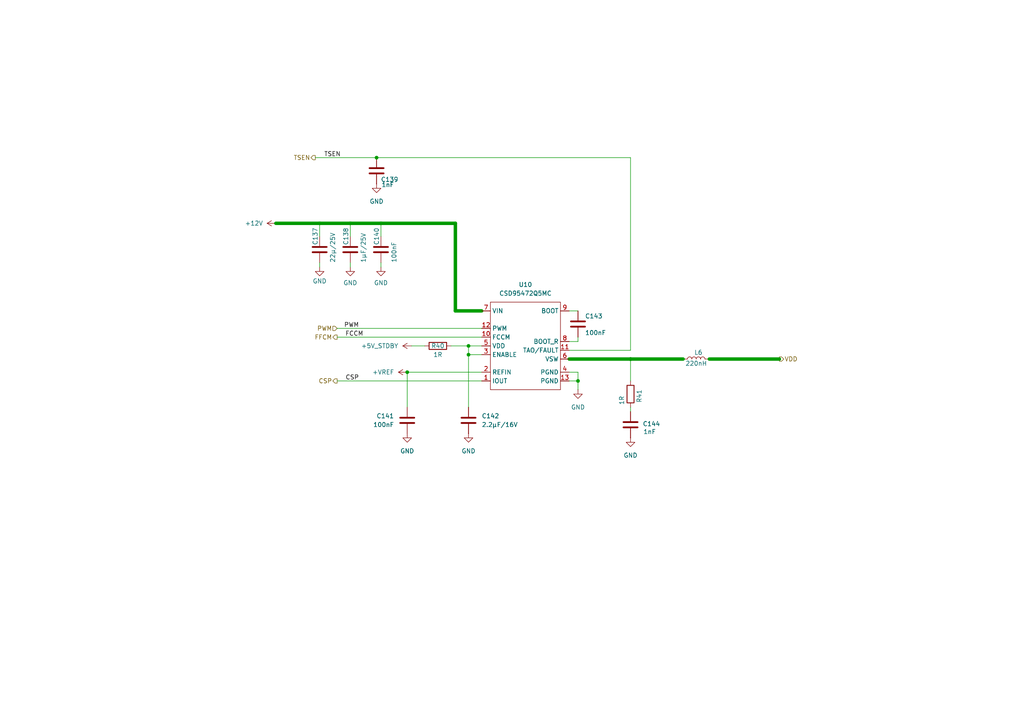
<source format=kicad_sch>
(kicad_sch (version 20250114) (generator "eeschema") (generator_version "9.0")
  (paper "A4")
  (lib_symbols
    (symbol "+12V_1" (power) (pin_numbers (hide yes)) (pin_names (offset 0) (hide yes))
      (property "Value" "+12V" (at 0 3.556 0))
      (symbol "+12V_1_0_1"
        (polyline (pts (xy -0.762 1.27) (xy 0 2.54)))
        (polyline (pts (xy 0 2.54) (xy 0.762 1.27)))
        (polyline (pts (xy 0 0) (xy 0 2.54)))
      )
      (symbol "+12V_1_1_1"
        (pin power_in line (at 0 0 90) (length 0) (name "~") (number "1"))
      )
    )
    (symbol "Device:C" (pin_numbers (hide yes)) (pin_names (offset 0.254))
      (property "Reference" "C" (at 0.635 2.54 0))
      (property "Value" "C" (at 0.635 -2.54 0))
      (symbol "C_0_1"
        (polyline (pts (xy -2.032 0.762) (xy 2.032 0.762)) (stroke (width 0.508)))
        (polyline (pts (xy -2.032 -0.762) (xy 2.032 -0.762)) (stroke (width 0.508)))
      )
      (symbol "C_1_1"
        (pin passive line (at 0 3.81 270) (length 2.794) (name "~") (number "1"))
        (pin passive line (at 0 -3.81 90) (length 2.794) (name "~") (number "2"))
      )
    )
    (symbol "Device:L" (pin_numbers (hide yes)) (pin_names (offset 1.016) (hide yes))
      (property "Reference" "L" (at -1.27 0 90))
      (property "Value" "L" (at 1.905 0 90))
      (symbol "L_0_1"
        (arc (start 0 2.54) (mid 0.6323 1.905) (end 0 1.27))
        (arc (start 0 1.27) (mid 0.6323 0.635) (end 0 0))
        (arc (start 0 0) (mid 0.6323 -0.635) (end 0 -1.27))
        (arc (start 0 -1.27) (mid 0.6323 -1.905) (end 0 -2.54))
      )
      (symbol "L_1_1"
        (pin passive line (at 0 3.81 270) (length 1.27) (name "1") (number "1"))
        (pin passive line (at 0 -3.81 90) (length 1.27) (name "2") (number "2"))
      )
    )
    (symbol "Device:R" (pin_numbers (hide yes)) (pin_names (offset 0))
      (property "Reference" "R" (at 2.032 0 90))
      (property "Value" "R" (at 0 0 90))
      (symbol "R_0_1"
        (rectangle (start -1.016 -2.54) (end 1.016 2.54) (stroke (width 0.254)))
      )
      (symbol "R_1_1"
        (pin passive line (at 0 3.81 270) (length 1.27) (name "~") (number "1"))
        (pin passive line (at 0 -3.81 90) (length 1.27) (name "~") (number "2"))
      )
    )
    (symbol "GND_2" (power) (pin_numbers (hide yes)) (pin_names (offset 0) (hide yes))
      (property "Value" "GND" (at 0 -3.81 0))
      (symbol "GND_2_0_1"
        (polyline (pts (xy 0 0) (xy 0 -1.27) (xy 1.27 -1.27) (xy 0 -2.54) (xy -1.27 -1.27) (xy 0 -1.27)))
      )
      (symbol "GND_2_1_1"
        (pin power_in line (at 0 0 270) (length 0) (name "~") (number "1"))
      )
    )
    (symbol "mylib7:+VRef" (power) (pin_names (offset 0))
      (property "Value" "+VRef" (at 0 3.556 0))
      (symbol "+VRef_0_1"
        (polyline (pts (xy -0.762 1.27) (xy 0 2.54)))
        (polyline (pts (xy 0 2.54) (xy 0.762 1.27)))
        (polyline (pts (xy 0 0) (xy 0 2.54)))
      )
      (symbol "+VRef_1_1"
        (pin power_in line (at 0 0 90) (length 0) (hide yes) (name "+VRef") (number "1"))
      )
    )
    (symbol "mylib7:CSD95472Q5MC"
      (property "Reference" "U" (at -7.366 13.716 0))
      (property "Value" "CSD95472Q5MC" (at -1.524 -13.97 0))
      (symbol "CSD95472Q5MC_0_1"
        (rectangle (start -10.16 12.7) (end 10.16 -12.7))
      )
      (symbol "CSD95472Q5MC_1_1"
        (pin power_in line (at -12.7 10.16 0) (length 2.54) (name "VIN") (number "7"))
        (pin input line (at -12.7 5.08 0) (length 2.54) (name "PWM") (number "12"))
        (pin input line (at -12.7 2.54 0) (length 2.54) (name "FCCM") (number "10"))
        (pin power_in line (at -12.7 0 0) (length 2.54) (name "VDD") (number "5"))
        (pin input line (at -12.7 -2.54 0) (length 2.54) (name "ENABLE") (number "3"))
        (pin input line (at -12.7 -7.62 0) (length 2.54) (name "REFIN") (number "2"))
        (pin output line (at -12.7 -10.16 0) (length 2.54) (name "IOUT") (number "1"))
        (pin output line (at 12.7 10.16 180) (length 2.54) (name "BOOT") (number "9"))
        (pin input line (at 12.7 1.27 180) (length 2.54) (name "BOOT_R") (number "8"))
        (pin passive line (at 12.7 -1.27 180) (length 2.54) (name "TAO/FAULT") (number "11"))
        (pin output line (at 12.7 -3.81 180) (length 2.54) (name "VSW") (number "6"))
        (pin passive line (at 12.7 -7.62 180) (length 2.54) (name "PGND") (number "4"))
        (pin passive line (at 12.7 -10.16 180) (length 2.54) (name "PGND") (number "13"))
      )
    )
    (symbol "power:+3.3V" (power) (pin_names (offset 0))
      (property "Value" "+3.3V" (at 0 3.556 0))
      (symbol "+3.3V_0_1"
        (polyline (pts (xy -0.762 1.27) (xy 0 2.54)))
        (polyline (pts (xy 0 2.54) (xy 0.762 1.27)))
        (polyline (pts (xy 0 0) (xy 0 2.54)))
      )
      (symbol "+3.3V_1_1"
        (pin power_in line (at 0 0 90) (length 0) (hide yes) (name "+3.3V") (number "1"))
      )
    )
    (symbol "power:GND" (power) (pin_names (offset 0))
      (property "Value" "GND" (at 0 -3.81 0))
      (symbol "GND_0_1"
        (polyline (pts (xy 0 0) (xy 0 -1.27) (xy 1.27 -1.27) (xy 0 -2.54) (xy -1.27 -1.27) (xy 0 -1.27)))
      )
      (symbol "GND_1_1"
        (pin power_in line (at 0 0 270) (length 0) (hide yes) (name "GND") (number "1"))
      )
    )
  )
  (junction (at 92.71 64.77))
  (junction (at 118.11 107.95))
  (junction (at 135.89 102.87))
  (junction (at 167.64 110.49))
  (junction (at 109.22 45.72))
  (junction (at 110.49 64.77))
  (junction (at 101.6 64.77))
  (junction (at 135.89 100.33))
  (junction (at 182.88 104.14))
  (wire (pts (xy 167.64 110.49) (xy 167.64 107.95)))
  (wire (pts (xy 167.64 107.95) (xy 165.1 107.95)))
  (wire (pts (xy 132.08 90.17) (xy 139.7 90.17)) (stroke (width 1)))
  (wire (pts (xy 119.38 100.33) (xy 123.19 100.33)))
  (wire (pts (xy 97.79 110.49) (xy 139.7 110.49)))
  (wire (pts (xy 132.08 64.77) (xy 132.08 90.17)) (stroke (width 1)))
  (wire (pts (xy 101.6 76.2) (xy 101.6 77.47)))
  (wire (pts (xy 80.01 64.77) (xy 92.71 64.77)) (stroke (width 1)))
  (wire (pts (xy 165.1 101.6) (xy 182.88 101.6)))
  (wire (pts (xy 101.6 64.77) (xy 101.6 68.58)))
  (wire (pts (xy 167.64 113.03) (xy 167.64 110.49)))
  (wire (pts (xy 92.71 77.47) (xy 92.71 76.2)))
  (wire (pts (xy 97.79 95.25) (xy 139.7 95.25)))
  (wire (pts (xy 110.49 64.77) (xy 110.49 68.58)))
  (wire (pts (xy 97.79 97.79) (xy 139.7 97.79)))
  (wire (pts (xy 205.74 104.14) (xy 226.06 104.14)) (stroke (width 1)))
  (wire (pts (xy 135.89 100.33) (xy 139.7 100.33)))
  (wire (pts (xy 109.22 45.72) (xy 182.88 45.72)))
  (wire (pts (xy 110.49 76.2) (xy 110.49 77.47)))
  (wire (pts (xy 135.89 102.87) (xy 139.7 102.87)))
  (wire (pts (xy 182.88 101.6) (xy 182.88 45.72)))
  (wire (pts (xy 135.89 102.87) (xy 135.89 100.33)))
  (wire (pts (xy 182.88 104.14) (xy 182.88 110.49)))
  (wire (pts (xy 139.7 107.95) (xy 118.11 107.95)))
  (wire (pts (xy 92.71 64.77) (xy 101.6 64.77)) (stroke (width 1)))
  (wire (pts (xy 135.89 118.11) (xy 135.89 102.87)))
  (wire (pts (xy 92.71 64.77) (xy 92.71 68.58)))
  (wire (pts (xy 91.44 45.72) (xy 109.22 45.72)))
  (wire (pts (xy 165.1 110.49) (xy 167.64 110.49)))
  (wire (pts (xy 110.49 64.77) (xy 132.08 64.77)) (stroke (width 1)))
  (wire (pts (xy 167.64 99.06) (xy 167.64 97.79)))
  (wire (pts (xy 165.1 90.17) (xy 167.64 90.17)))
  (wire (pts (xy 118.11 107.95) (xy 118.11 118.11)))
  (wire (pts (xy 182.88 104.14) (xy 198.12 104.14)) (stroke (width 1)))
  (wire (pts (xy 165.1 104.14) (xy 182.88 104.14)) (stroke (width 1)))
  (wire (pts (xy 130.81 100.33) (xy 135.89 100.33)))
  (wire (pts (xy 165.1 99.06) (xy 167.64 99.06)))
  (wire (pts (xy 101.6 64.77) (xy 110.49 64.77)) (stroke (width 1)))
  (wire (pts (xy 182.88 118.11) (xy 182.88 119.38)))
  (label "CSP" (at 104.14 110.49 180))
  (label "PWM" (at 104.14 95.25 180))
  (label "TSEN" (at 93.98 45.72 0))
  (label "FCCM" (at 105.41 97.79 180))
  (hierarchical_label "PWM" (shape input) (at 97.79 95.25 180))
  (hierarchical_label "VDD" (shape output) (at 226.06 104.14 0))
  (hierarchical_label "TSEN" (shape output) (at 91.44 45.72 180))
  (hierarchical_label "FFCM" (shape output) (at 97.79 97.79 180))
  (hierarchical_label "CSP" (shape output) (at 97.79 110.49 180))
  (symbol (lib_name "GND_2") (lib_id "power:GND") (at 109.22 53.34 0) (unit 1)
    (property "Reference" "#PWR0120" (effects (hide yes)))
    (property "Value" "GND" (at 109.22 58.42 0))
    (property "Description" "Power symbol creates a global label with name \"GND\" , ground" (effects (hide yes)))
    (instances (project "PCIexpress_x4_full" (path "" (reference "#PWR0152") (unit 1)) (path "" (reference "#PWR0142") (unit 1)) (path "" (reference "#PWR0172") (unit 1)) (path "" (reference "#PWR0162") (unit 1)) (path "" (reference "#PWR0132") (unit 1)) (path "" (reference "#PWR0120") (unit 1))))
  )
  (symbol (lib_id "Device:C") (at 109.22 49.53 0) (mirror y) (unit 1)
    (property "Reference" "C111" (at 115.57 52.07 0) (effects (justify left)))
    (property "Value" "1nF" (at 114.3 53.594 0) (effects (justify left)))
    (property "Footprint" "Capacitor_SMD:C_0805_2012Metric" (effects (hide yes)))
    (property "Manufacturer" "CC0805KRX7R0BB102" (effects (hide yes)))
    (property "P/N DIGIKEY" "311-1472-1-ND" (effects (hide yes)))
    (property "P/N MOUSER" "603-CC805KRX7R0BB102" (effects (hide yes)))
    (instances (project "PCIexpress_x4_full" (path "" (reference "C139") (unit 1)) (path "" (reference "C129") (unit 1)) (path "" (reference "C159") (unit 1)) (path "" (reference "C149") (unit 1)) (path "" (reference "C119") (unit 1)) (path "" (reference "C111") (unit 1))))
  )
  (symbol (lib_id "Device:C") (at 167.64 93.98 0) (unit 1)
    (property "Reference" "C115" (at 169.672 91.694 0) (effects (justify left)))
    (property "Value" "100nF" (at 169.672 96.52 0) (effects (justify left)))
    (property "Footprint" "Capacitor_SMD:C_0805_2012Metric" (effects (hide yes)))
    (property "Manufacturer" "0805B104M101CT" (effects (hide yes)))
    (property "P/N DIGIKEY" "311-3037-1-ND" (effects (hide yes)))
    (property "P/N MOUSER" "791-0805B104M101CT" (effects (hide yes)))
    (instances (project "PCIexpress_x4_full" (path "" (reference "C143") (unit 1)) (path "" (reference "C133") (unit 1)) (path "" (reference "C163") (unit 1)) (path "" (reference "C153") (unit 1)) (path "" (reference "C123") (unit 1)) (path "" (reference "C115") (unit 1))))
  )
  (symbol (lib_name "GND_2") (lib_id "power:GND") (at 135.89 125.73 0) (unit 1)
    (property "Reference" "#PWR0124" (effects (hide yes)))
    (property "Value" "GND" (at 135.89 130.81 0))
    (property "Description" "Power symbol creates a global label with name \"GND\" , ground" (effects (hide yes)))
    (instances (project "PCIexpress_x4_full" (path "" (reference "#PWR0156") (unit 1)) (path "" (reference "#PWR0146") (unit 1)) (path "" (reference "#PWR0176") (unit 1)) (path "" (reference "#PWR0166") (unit 1)) (path "" (reference "#PWR0136") (unit 1)) (path "" (reference "#PWR0124") (unit 1))))
  )
  (symbol (lib_id "Device:L") (at 201.93 104.14 90) (unit 1)
    (property "Reference" "L3" (at 202.565 102.235 90))
    (property "Value" "220nH" (at 201.93 105.41 90))
    (property "Footprint" "IFLR-4031GC-01-8x10:IFLR-4031GC-01-8x10" (effects (hide yes)))
    (property "Manufacturer" "FP1008R5-R220-R" (effects (hide yes)))
    (property "P/N DIGIKEY" "283-FP1008R5-R220-RCT-ND" (effects (hide yes)))
    (property "P/N MOUSER" "504-FP1008R5-R220-R" (effects (hide yes)))
    (instances (project "PCIexpress_x4_full" (path "" (reference "L6") (unit 1)) (path "" (reference "L5") (unit 1)) (path "" (reference "L8") (unit 1)) (path "" (reference "L7") (unit 1)) (path "" (reference "L4") (unit 1)) (path "" (reference "L3") (unit 1))))
  )
  (symbol (lib_id "power:GND") (at 101.6 77.47 0) (unit 1)
    (property "Reference" "#PWR0119" (effects (hide yes)))
    (property "Value" "GND" (at 101.6 82.042 0))
    (instances (project "PCIexpress_x4_full" (path "" (reference "#PWR0151") (unit 1)) (path "" (reference "#PWR0141") (unit 1)) (path "" (reference "#PWR0171") (unit 1)) (path "" (reference "#PWR0161") (unit 1)) (path "" (reference "#PWR0131") (unit 1)) (path "" (reference "#PWR0119") (unit 1))))
  )
  (symbol (lib_id "power:+3.3V") (at 119.38 100.33 90) (unit 1)
    (property "Reference" "#PWR0123" (effects (hide yes)))
    (property "Value" "+5V_STDBY" (at 115.57 100.3299 90) (effects (justify left)))
    (instances (project "PCIexpress_x4_full" (path "" (reference "#PWR0155") (unit 1)) (path "" (reference "#PWR0145") (unit 1)) (path "" (reference "#PWR0175") (unit 1)) (path "" (reference "#PWR0165") (unit 1)) (path "" (reference "#PWR0135") (unit 1)) (path "" (reference "#PWR0123") (unit 1))))
  )
  (symbol (lib_id "Device:C") (at 101.6 72.39 0) (unit 1)
    (property "Reference" "C110" (at 100.33 71.12 90) (effects (justify left)))
    (property "Value" "1µF/25V" (at 105.41 76.2 90) (effects (justify left)))
    (property "Footprint" "Capacitor_SMD:C_0805_2012Metric" (effects (hide yes)))
    (property "Manufacturer" "CL21B105KAFNNNE" (effects (hide yes)))
    (property "P/N MOUSER" "187-CL21B105KAFNNNE" (effects (hide yes)))
    (instances (project "PCIexpress_x4_full" (path "" (reference "C138") (unit 1)) (path "" (reference "C128") (unit 1)) (path "" (reference "C158") (unit 1)) (path "" (reference "C148") (unit 1)) (path "" (reference "C118") (unit 1)) (path "" (reference "C110") (unit 1))))
  )
  (symbol (lib_id "Device:R") (at 127 100.33 90) (mirror x) (unit 1)
    (property "Reference" "R32" (at 127 100.33 90))
    (property "Value" "1R" (at 127 102.87 90))
    (property "Footprint" "Resistor_SMD:R_0805_2012Metric" (effects (hide yes)))
    (property "Description" "Resistor" (effects (hide yes)))
    (property "Manufacturer" "WR08W1R00FTL" (effects (hide yes)))
    (property "P/N MOUSER" "791-WR08W1R00FTL" (effects (hide yes)))
    (instances (project "PCIexpress_x4_full" (path "" (reference "R40") (unit 1)) (path "" (reference "R38") (unit 1)) (path "" (reference "R44") (unit 1)) (path "" (reference "R42") (unit 1)) (path "" (reference "R36") (unit 1)) (path "" (reference "R32") (unit 1))))
  )
  (symbol (lib_id "mylib7:+VRef") (at 118.11 107.95 90) (unit 1)
    (property "Reference" "#REF01" (effects (hide yes)))
    (property "Value" "+VREF" (at 107.95 107.95 90) (effects (justify right)))
    (property "Description" "Power symbol creates a global label with name \"+3.3V\"" (effects (hide yes)))
    (instances (project "PCIexpress_x4_full" (path "" (reference "#REF04") (unit 1)) (path "" (reference "#REF03") (unit 1)) (path "" (reference "#REF06") (unit 1)) (path "" (reference "#REF05") (unit 1)) (path "" (reference "#REF02") (unit 1)) (path "" (reference "#REF01") (unit 1))))
  )
  (symbol (lib_id "power:GND") (at 92.71 77.47 0) (unit 1)
    (property "Reference" "#PWR0118" (effects (hide yes)))
    (property "Value" "GND" (at 92.71 81.534 0))
    (property "Description" "Power symbol creates a global label with name \"GND\" , ground" (effects (hide yes)))
    (instances (project "PCIexpress_x4_full" (path "" (reference "#PWR0150") (unit 1)) (path "" (reference "#PWR0140") (unit 1)) (path "" (reference "#PWR0170") (unit 1)) (path "" (reference "#PWR0160") (unit 1)) (path "" (reference "#PWR0130") (unit 1)) (path "" (reference "#PWR0118") (unit 1))))
  )
  (symbol (lib_id "mylib7:CSD95472Q5MC") (at 152.4 100.33 0) (unit 1)
    (property "Reference" "U7" (at 152.4 82.55 0))
    (property "Value" "CSD95472Q5MC" (at 152.4 85.09 0))
    (property "Footprint" "CSD95472Q5MC:IC_CSD95490Q5MC" (effects (hide yes)))
    (property "Manufacturer" "CSD95472Q5MC" (effects (hide yes)))
    (property "P/N DIGIKEY" "296-43950-1-ND" (effects (hide yes)))
    (property "P/N MOUSER" "595-CSD95472Q5MC" (effects (hide yes)))
    (instances (project "PCIexpress_x4_full" (path "" (reference "U10") (unit 1)) (path "" (reference "U9") (unit 1)) (path "" (reference "U12") (unit 1)) (path "" (reference "U11") (unit 1)) (path "" (reference "U8") (unit 1)) (path "" (reference "U7") (unit 1))))
  )
  (symbol (lib_name "+12V_1") (lib_id "power:+12V") (at 80.01 64.77 90) (unit 1)
    (property "Reference" "#PWR0117" (effects (hide yes)))
    (property "Value" "+12V" (at 73.66 64.77 90))
    (property "Description" "Power symbol creates a global label with name \"+12V\"" (effects (hide yes)))
    (instances (project "PCIexpress_x4_full" (path "" (reference "#PWR0149") (unit 1)) (path "" (reference "#PWR0139") (unit 1)) (path "" (reference "#PWR0169") (unit 1)) (path "" (reference "#PWR0159") (unit 1)) (path "" (reference "#PWR0129") (unit 1)) (path "" (reference "#PWR0117") (unit 1))))
  )
  (symbol (lib_id "Device:R") (at 182.88 114.3 180) (unit 1)
    (property "Reference" "R33" (at 185.42 116.84 90) (effects (justify right)))
    (property "Value" "1R" (at 180.34 117.475 90) (effects (justify right)))
    (property "Footprint" "Resistor_SMD:R_0805_2012Metric" (effects (hide yes)))
    (property "Description" "Resistor" (effects (hide yes)))
    (property "Manufacturer" "WR08W1R00FTL" (effects (hide yes)))
    (property "P/N MOUSER" "791-WR08W1R00FTL" (effects (hide yes)))
    (instances (project "PCIexpress_x4_full" (path "" (reference "R41") (unit 1)) (path "" (reference "R39") (unit 1)) (path "" (reference "R45") (unit 1)) (path "" (reference "R43") (unit 1)) (path "" (reference "R37") (unit 1)) (path "" (reference "R33") (unit 1))))
  )
  (symbol (lib_id "Device:C") (at 135.89 121.92 0) (unit 1)
    (property "Reference" "C114" (at 139.7 120.6499 0) (effects (justify left)))
    (property "Value" "2.2µF/16V" (at 139.7 123.1899 0) (effects (justify left)))
    (property "Footprint" "Capacitor_SMD:C_0805_2012Metric" (effects (hide yes)))
    (property "Description" "Unpolarized capacitor" (effects (hide yes)))
    (property "Manufacturer" "CL21A225KOFNNNE" (effects (hide yes)))
    (property "P/N MOUSER" "187-CL21A225KOFNNNE" (effects (hide yes)))
    (instances (project "PCIexpress_x4_full" (path "" (reference "C142") (unit 1)) (path "" (reference "C132") (unit 1)) (path "" (reference "C162") (unit 1)) (path "" (reference "C152") (unit 1)) (path "" (reference "C122") (unit 1)) (path "" (reference "C114") (unit 1))))
  )
  (symbol (lib_name "GND_2") (lib_id "power:GND") (at 182.88 127 0) (unit 1)
    (property "Reference" "#PWR0126" (effects (hide yes)))
    (property "Value" "GND" (at 182.88 132.08 0))
    (property "Description" "Power symbol creates a global label with name \"GND\" , ground" (effects (hide yes)))
    (instances (project "PCIexpress_x4_full" (path "" (reference "#PWR0158") (unit 1)) (path "" (reference "#PWR0148") (unit 1)) (path "" (reference "#PWR0178") (unit 1)) (path "" (reference "#PWR0168") (unit 1)) (path "" (reference "#PWR0138") (unit 1)) (path "" (reference "#PWR0126") (unit 1))))
  )
  (symbol (lib_id "Device:C") (at 118.11 121.92 0) (mirror y) (unit 1)
    (property "Reference" "C113" (at 114.3 120.6499 0) (effects (justify left)))
    (property "Value" "100nF" (at 114.3 123.1899 0) (effects (justify left)))
    (property "Footprint" "Capacitor_SMD:C_0805_2012Metric" (effects (hide yes)))
    (property "Description" "Unpolarized capacitor" (effects (hide yes)))
    (property "Manufacturer" "0805B104M101CT" (effects (hide yes)))
    (property "P/N DIGIKEY" "311-3037-1-ND" (effects (hide yes)))
    (property "P/N MOUSER" "791-0805B104M101CT" (effects (hide yes)))
    (instances (project "PCIexpress_x4_full" (path "" (reference "C141") (unit 1)) (path "" (reference "C131") (unit 1)) (path "" (reference "C161") (unit 1)) (path "" (reference "C151") (unit 1)) (path "" (reference "C121") (unit 1)) (path "" (reference "C113") (unit 1))))
  )
  (symbol (lib_id "Device:C") (at 182.88 123.19 0) (mirror y) (unit 1)
    (property "Reference" "C116" (at 191.516 122.936 0) (effects (justify left)))
    (property "Value" "1nF" (at 190.246 125.222 0) (effects (justify left)))
    (property "Footprint" "Capacitor_SMD:C_0805_2012Metric" (effects (hide yes)))
    (property "Manufacturer" "CC0805KRX7R0BB102" (effects (hide yes)))
    (property "P/N DIGIKEY" "311-1472-1-ND" (effects (hide yes)))
    (property "P/N MOUSER" "603-CC805KRX7R0BB102" (effects (hide yes)))
    (instances (project "PCIexpress_x4_full" (path "" (reference "C144") (unit 1)) (path "" (reference "C134") (unit 1)) (path "" (reference "C164") (unit 1)) (path "" (reference "C154") (unit 1)) (path "" (reference "C124") (unit 1)) (path "" (reference "C116") (unit 1))))
  )
  (symbol (lib_name "GND_2") (lib_id "power:GND") (at 167.64 113.03 0) (unit 1)
    (property "Reference" "#PWR0125" (effects (hide yes)))
    (property "Value" "GND" (at 167.64 118.11 0))
    (property "Description" "Power symbol creates a global label with name \"GND\" , ground" (effects (hide yes)))
    (instances (project "PCIexpress_x4_full" (path "" (reference "#PWR0157") (unit 1)) (path "" (reference "#PWR0147") (unit 1)) (path "" (reference "#PWR0177") (unit 1)) (path "" (reference "#PWR0167") (unit 1)) (path "" (reference "#PWR0137") (unit 1)) (path "" (reference "#PWR0125") (unit 1))))
  )
  (symbol (lib_id "Device:C") (at 110.49 72.39 0) (unit 1)
    (property "Reference" "C112" (at 109.22 71.12 90) (effects (justify left)))
    (property "Value" "100nF" (at 114.3 76.2 90) (effects (justify left)))
    (property "Footprint" "Capacitor_SMD:C_0805_2012Metric" (effects (hide yes)))
    (property "Manufacturer" "0805B104M101CT" (effects (hide yes)))
    (property "P/N DIGIKEY" "311-3037-1-ND" (effects (hide yes)))
    (property "P/N MOUSER" "791-0805B104M101CT" (effects (hide yes)))
    (instances (project "PCIexpress_x4_full" (path "" (reference "C140") (unit 1)) (path "" (reference "C130") (unit 1)) (path "" (reference "C160") (unit 1)) (path "" (reference "C150") (unit 1)) (path "" (reference "C120") (unit 1)) (path "" (reference "C112") (unit 1))))
  )
  (symbol (lib_name "GND_2") (lib_id "power:GND") (at 118.11 125.73 0) (unit 1)
    (property "Reference" "#PWR0122" (effects (hide yes)))
    (property "Value" "GND" (at 118.11 130.81 0))
    (property "Description" "Power symbol creates a global label with name \"GND\" , ground" (effects (hide yes)))
    (instances (project "PCIexpress_x4_full" (path "" (reference "#PWR0154") (unit 1)) (path "" (reference "#PWR0144") (unit 1)) (path "" (reference "#PWR0174") (unit 1)) (path "" (reference "#PWR0164") (unit 1)) (path "" (reference "#PWR0134") (unit 1)) (path "" (reference "#PWR0122") (unit 1))))
  )
  (symbol (lib_id "Device:C") (at 92.71 72.39 0) (unit 1)
    (property "Reference" "C109" (at 91.44 71.12 90) (effects (justify left)))
    (property "Value" "22µ/25V" (at 96.52 76.2 90) (effects (justify left)))
    (property "Footprint" "Capacitor_SMD:C_1210_3225Metric" (effects (hide yes)))
    (property "Manufacturer" "CL32A226KAJNNNE" (effects (hide yes)))
    (property "P/N MOUSER" "187-CL32A226KAJNNNE" (effects (hide yes)))
    (instances (project "PCIexpress_x4_full" (path "" (reference "C137") (unit 1)) (path "" (reference "C127") (unit 1)) (path "" (reference "C157") (unit 1)) (path "" (reference "C147") (unit 1)) (path "" (reference "C117") (unit 1)) (path "" (reference "C109") (unit 1))))
  )
  (symbol (lib_id "power:GND") (at 110.49 77.47 0) (unit 1)
    (property "Reference" "#PWR0121" (effects (hide yes)))
    (property "Value" "GND" (at 110.49 82.042 0))
    (instances (project "PCIexpress_x4_full" (path "" (reference "#PWR0153") (unit 1)) (path "" (reference "#PWR0143") (unit 1)) (path "" (reference "#PWR0173") (unit 1)) (path "" (reference "#PWR0163") (unit 1)) (path "" (reference "#PWR0133") (unit 1)) (path "" (reference "#PWR0121") (unit 1))))
  )
)
</source>
